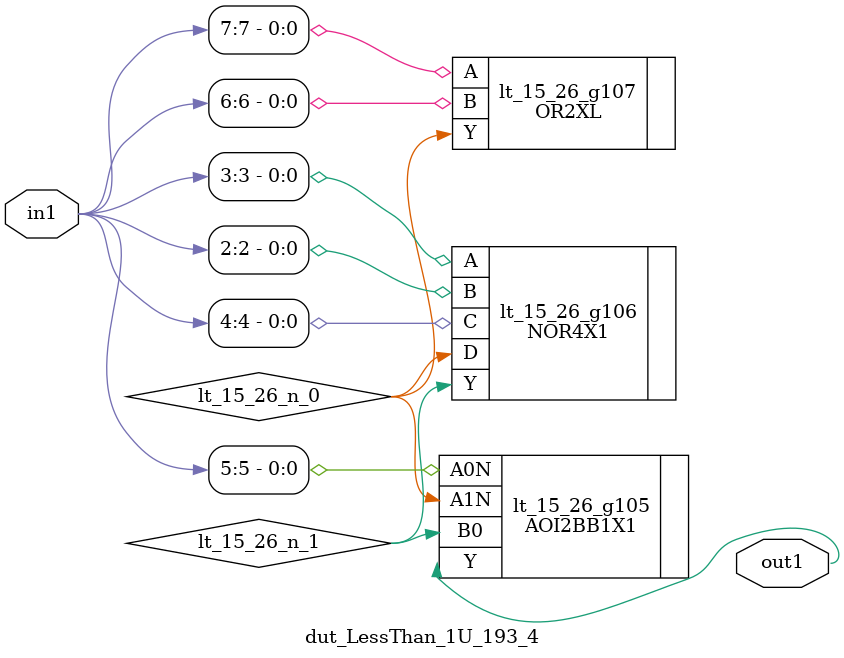
<source format=v>
`timescale 1ps / 1ps


module dut_LessThan_1U_193_4(in1, out1);
  input [7:0] in1;
  output out1;
  wire [7:0] in1;
  wire out1;
  wire lt_15_26_n_0, lt_15_26_n_1;
  AOI2BB1X1 lt_15_26_g105(.A0N (in1[5]), .A1N (lt_15_26_n_0), .B0
       (lt_15_26_n_1), .Y (out1));
  NOR4X1 lt_15_26_g106(.A (in1[3]), .B (in1[2]), .C (in1[4]), .D
       (lt_15_26_n_0), .Y (lt_15_26_n_1));
  OR2XL lt_15_26_g107(.A (in1[7]), .B (in1[6]), .Y (lt_15_26_n_0));
endmodule



</source>
